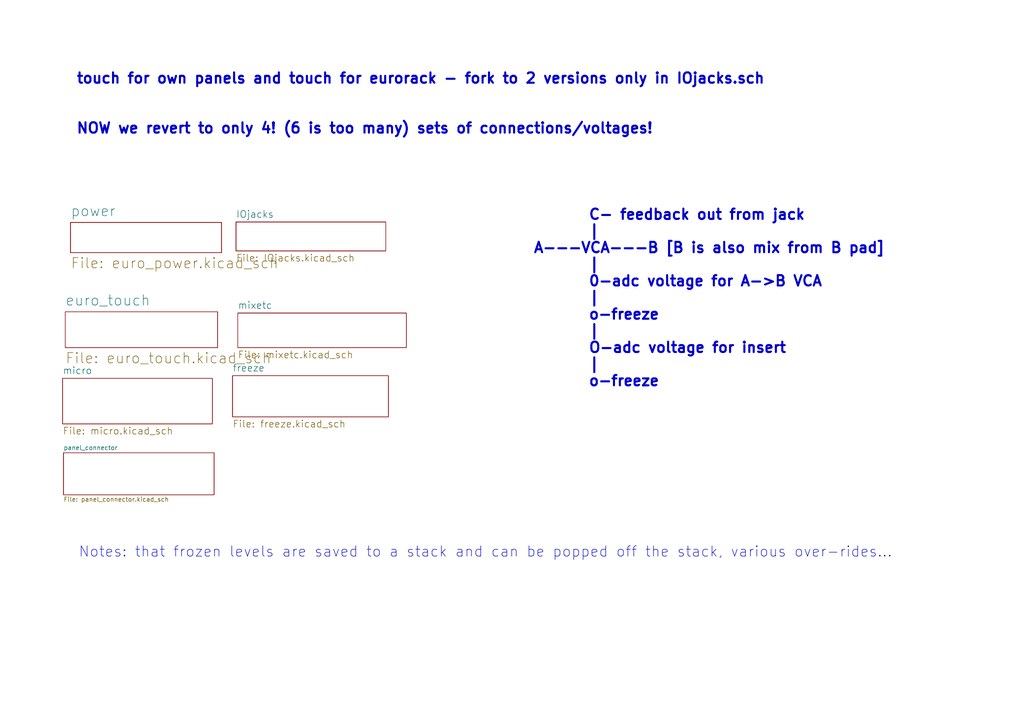
<source format=kicad_sch>
(kicad_sch (version 20211123) (generator eeschema)
  (paper "A4")
  (lib_symbols)
  (text "\nNotes: that frozen levels are saved to a stack and can be popped off the stack, various over-rides..." (at 22.733 161.925 0) (effects (font (size 2.9972 2.9972)) (justify left bottom)))
  (text "touch for own panels and touch for eurorack - fork to 2 versions only in IOjacks.sch\n\n\nNOW we revert to only 4! (6 is too many) sets of connections/voltages!" (at 21.971 39.116 0) (effects (font (size 2.9972 2.9972) (thickness 0.5994) bold) (justify left bottom)))
  (text "       C- feedback out from jack\n       |\nA---VCA---B [B is also mix from B pad]\n       |\n       0-adc voltage for A->B VCA\n       |\n       o-freeze\n       |\n       O-adc voltage for insert\n       |\n       o-freeze\n\n\n" (at 154.559 122.047 0) (effects (font (size 2.9972 2.9972) (thickness 0.5994) bold) (justify left bottom)))
  (sheet (at 20.447 64.516) (size 43.815 8.763)
    (property "Sheet name" "power" (at 20.447 62.9408 0) (effects (font (size 2.9972 2.9972)) (justify left bottom)))
    (property "Sheet file" "euro_power.kicad_sch" (at 20.447 74.5545 0) (effects (font (size 2.9972 2.9972)) (justify left top)))
  )
  (sheet (at 18.923 90.424) (size 44.196 10.414)
    (property "Sheet name" "euro_touch" (at 18.923 88.8488 0) (effects (font (size 2.9972 2.9972)) (justify left bottom)))
    (property "Sheet file" "euro_touch.kicad_sch" (at 18.923 102.1135 0) (effects (font (size 2.9972 2.9972)) (justify left top)))
  )
  (sheet (at 18.161 109.728) (size 43.434 13.208)
    (property "Sheet name" "micro" (at 18.161 108.6481 0) (effects (font (size 2.0066 2.0066)) (justify left bottom)))
    (property "Sheet file" "micro.kicad_sch" (at 18.161 123.8152 0) (effects (font (size 2.0066 2.0066)) (justify left top)))
  )
  (sheet (at 68.961 90.805) (size 48.895 10.033)
    (property "Sheet name" "mixetc" (at 68.961 89.7251 0) (effects (font (size 2.0066 2.0066)) (justify left bottom)))
    (property "Sheet file" "mixetc.kicad_sch" (at 68.961 101.7172 0) (effects (font (size 2.0066 2.0066)) (justify left top)))
  )
  (sheet (at 68.453 64.389) (size 43.434 8.382)
    (property "Sheet name" "IOjacks" (at 68.453 63.3091 0) (effects (font (size 2.0066 2.0066)) (justify left bottom)))
    (property "Sheet file" "IOjacks.kicad_sch" (at 68.453 73.6502 0) (effects (font (size 2.0066 2.0066)) (justify left top)))
  )
  (sheet (at 67.437 108.966) (size 45.212 11.938)
    (property "Sheet name" "freeze" (at 67.437 107.8861 0) (effects (font (size 2.0066 2.0066)) (justify left bottom)))
    (property "Sheet file" "freeze.kicad_sch" (at 67.437 121.7832 0) (effects (font (size 2.0066 2.0066)) (justify left top)))
  )
  (sheet (at 18.415 131.318) (size 43.688 12.192)
    (property "Sheet name" "panel_connector" (at 18.415 130.6064 0) (effects (justify left bottom)))
    (property "Sheet file" "panel_connector.kicad_sch" (at 18.415 144.0946 0) (effects (justify left top)))
  )
)
</source>
